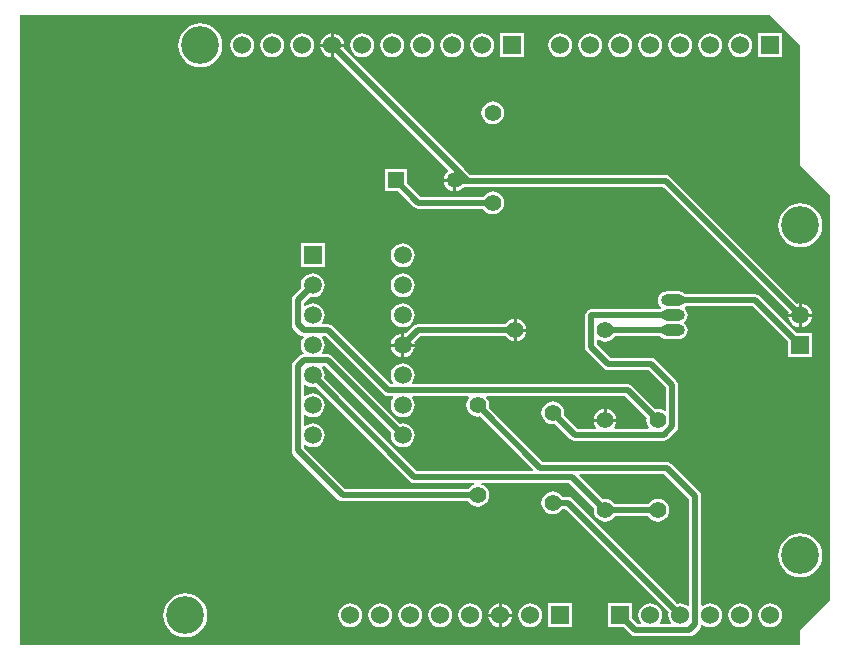
<source format=gbl>
G04 Layer_Physical_Order=2*
G04 Layer_Color=16711680*
%FSLAX25Y25*%
%MOIN*%
G70*
G01*
G75*
%ADD10C,0.02000*%
%ADD11C,0.05512*%
%ADD12R,0.05906X0.05906*%
%ADD13C,0.05906*%
%ADD14O,0.07874X0.03937*%
%ADD15O,0.07874X0.03937*%
%ADD16R,0.05906X0.05906*%
%ADD17C,0.05315*%
%ADD18R,0.05315X0.05315*%
%ADD19R,0.06000X0.06000*%
%ADD20C,0.06000*%
%ADD21C,0.12598*%
G36*
X260000Y200000D02*
Y160000D01*
X270000Y150000D01*
Y15000D01*
X260000Y5000D01*
Y0D01*
X0D01*
Y210000D01*
X250000D01*
X260000Y200000D01*
D02*
G37*
%LPC*%
G36*
X127000Y99500D02*
X123579D01*
X123649Y98968D01*
X124047Y98007D01*
X124681Y97181D01*
X125507Y96547D01*
X126468Y96149D01*
X127000Y96079D01*
Y99500D01*
D02*
G37*
G36*
X131421D02*
X128000D01*
Y96079D01*
X128532Y96149D01*
X129493Y96547D01*
X130319Y97181D01*
X130953Y98007D01*
X131351Y98968D01*
X131421Y99500D01*
D02*
G37*
G36*
X127000Y103921D02*
X126468Y103851D01*
X125507Y103453D01*
X124681Y102819D01*
X124047Y101993D01*
X123649Y101032D01*
X123579Y100500D01*
X127000D01*
Y103921D01*
D02*
G37*
G36*
X97500Y123987D02*
X96468Y123851D01*
X95507Y123453D01*
X94681Y122819D01*
X94047Y121993D01*
X93649Y121032D01*
X93513Y120000D01*
X93642Y119025D01*
X91058Y116442D01*
X90616Y115780D01*
X90461Y115000D01*
Y107000D01*
X90616Y106220D01*
X91058Y105558D01*
X93058Y103558D01*
X93720Y103116D01*
X94204Y103020D01*
X94415Y102473D01*
X94047Y101993D01*
X93649Y101032D01*
X93513Y100000D01*
X93649Y98968D01*
X94047Y98007D01*
X94415Y97527D01*
X94204Y96980D01*
X93720Y96884D01*
X93058Y96442D01*
X91058Y94442D01*
X90616Y93780D01*
X90461Y93000D01*
Y65000D01*
X90616Y64220D01*
X91058Y63558D01*
X106058Y48558D01*
X106720Y48116D01*
X107500Y47961D01*
X149330D01*
X149821Y47321D01*
X150606Y46719D01*
X151520Y46341D01*
X152500Y46212D01*
X153481Y46341D01*
X154394Y46719D01*
X155179Y47321D01*
X155781Y48106D01*
X156159Y49020D01*
X156288Y50000D01*
X156159Y50981D01*
X155781Y51894D01*
X155179Y52679D01*
X154394Y53281D01*
X153718Y53561D01*
X153817Y54061D01*
X183055D01*
X191317Y45799D01*
X191212Y45000D01*
X191341Y44019D01*
X191719Y43106D01*
X192321Y42321D01*
X193106Y41719D01*
X194019Y41341D01*
X195000Y41212D01*
X195981Y41341D01*
X196894Y41719D01*
X197679Y42321D01*
X198170Y42961D01*
X209331D01*
X209821Y42321D01*
X210606Y41719D01*
X211520Y41341D01*
X212500Y41212D01*
X213480Y41341D01*
X214394Y41719D01*
X215179Y42321D01*
X215781Y43106D01*
X216159Y44019D01*
X216288Y45000D01*
X216159Y45981D01*
X215781Y46894D01*
X215179Y47679D01*
X214394Y48281D01*
X213480Y48659D01*
X212500Y48788D01*
X211520Y48659D01*
X210606Y48281D01*
X209821Y47679D01*
X209331Y47039D01*
X198170D01*
X197679Y47679D01*
X196894Y48281D01*
X195981Y48659D01*
X195000Y48788D01*
X194201Y48683D01*
X186285Y56599D01*
X186476Y57061D01*
X214655D01*
X222961Y48755D01*
Y13400D01*
X222461Y13154D01*
X222017Y13494D01*
X221044Y13897D01*
X220000Y14035D01*
X218983Y13901D01*
X183942Y48942D01*
X183280Y49384D01*
X182500Y49539D01*
X180669D01*
X180179Y50179D01*
X179394Y50781D01*
X178481Y51159D01*
X177500Y51288D01*
X176520Y51159D01*
X175606Y50781D01*
X174821Y50179D01*
X174219Y49394D01*
X173841Y48480D01*
X173712Y47500D01*
X173841Y46520D01*
X174219Y45606D01*
X174821Y44821D01*
X175606Y44219D01*
X176520Y43841D01*
X177500Y43712D01*
X178481Y43841D01*
X179394Y44219D01*
X180179Y44821D01*
X180669Y45461D01*
X181655D01*
X216099Y11017D01*
X215966Y10000D01*
X216103Y8956D01*
X216506Y7983D01*
X216846Y7539D01*
X216600Y7039D01*
X213400D01*
X213154Y7539D01*
X213494Y7983D01*
X213897Y8956D01*
X214035Y10000D01*
X213897Y11044D01*
X213494Y12017D01*
X212853Y12853D01*
X212017Y13494D01*
X211044Y13897D01*
X210000Y14035D01*
X208956Y13897D01*
X207983Y13494D01*
X207147Y12853D01*
X206506Y12017D01*
X206103Y11044D01*
X205965Y10000D01*
X206103Y8956D01*
X206506Y7983D01*
X206846Y7539D01*
X206600Y7039D01*
X205845D01*
X204000Y8884D01*
Y14000D01*
X196000D01*
Y6000D01*
X201116D01*
X203558Y3558D01*
X204220Y3116D01*
X205000Y2961D01*
X223000D01*
X223780Y3116D01*
X224442Y3558D01*
X226442Y5558D01*
X226884Y6220D01*
X226970Y6653D01*
X227521Y6860D01*
X227983Y6506D01*
X228956Y6103D01*
X230000Y5965D01*
X231044Y6103D01*
X232017Y6506D01*
X232853Y7147D01*
X233494Y7983D01*
X233897Y8956D01*
X234034Y10000D01*
X233897Y11044D01*
X233494Y12017D01*
X232853Y12853D01*
X232017Y13494D01*
X231044Y13897D01*
X230000Y14035D01*
X228956Y13897D01*
X227983Y13494D01*
X227539Y13154D01*
X227039Y13400D01*
Y49600D01*
X226884Y50380D01*
X226442Y51042D01*
X216942Y60542D01*
X216280Y60984D01*
X215500Y61139D01*
X174245D01*
X156183Y79201D01*
X156288Y80000D01*
X156159Y80980D01*
X155781Y81894D01*
X155346Y82461D01*
X155593Y82961D01*
X201655D01*
X208817Y75799D01*
X208712Y75000D01*
X208841Y74019D01*
X209219Y73106D01*
X209501Y72739D01*
X209254Y72239D01*
X198246D01*
X197999Y72739D01*
X198281Y73106D01*
X198659Y74019D01*
X198723Y74500D01*
X195000D01*
X191278D01*
X191341Y74019D01*
X191719Y73106D01*
X192001Y72739D01*
X191754Y72239D01*
X185645D01*
X181183Y76701D01*
X181288Y77500D01*
X181159Y78480D01*
X180781Y79394D01*
X180179Y80179D01*
X179394Y80781D01*
X178481Y81159D01*
X177500Y81288D01*
X176520Y81159D01*
X175606Y80781D01*
X174821Y80179D01*
X174219Y79394D01*
X173841Y78480D01*
X173712Y77500D01*
X173841Y76520D01*
X174219Y75606D01*
X174821Y74821D01*
X175606Y74219D01*
X176520Y73841D01*
X177500Y73712D01*
X178299Y73817D01*
X183358Y68758D01*
X184020Y68316D01*
X184800Y68161D01*
X214500D01*
X215280Y68316D01*
X215942Y68758D01*
X218742Y71558D01*
X219184Y72220D01*
X219339Y73000D01*
Y86800D01*
X219184Y87580D01*
X218742Y88242D01*
X211842Y95142D01*
X211180Y95584D01*
X210400Y95739D01*
X196845D01*
X192239Y100345D01*
Y101754D01*
X192739Y102001D01*
X193106Y101719D01*
X194019Y101341D01*
X195000Y101212D01*
X195981Y101341D01*
X196894Y101719D01*
X197679Y102321D01*
X198170Y102961D01*
X213354D01*
X213414Y102883D01*
X214034Y102407D01*
X214757Y102108D01*
X215531Y102006D01*
X219468D01*
X220243Y102108D01*
X220966Y102407D01*
X221586Y102883D01*
X222061Y103503D01*
X222361Y104225D01*
X222463Y105000D01*
X222361Y105775D01*
X222061Y106497D01*
X221586Y107117D01*
X221412Y107250D01*
Y107750D01*
X221586Y107883D01*
X222061Y108503D01*
X222361Y109225D01*
X222463Y110000D01*
X222361Y110775D01*
X222061Y111497D01*
X221586Y112117D01*
X221575Y112125D01*
X221550Y112691D01*
X221825Y112961D01*
X244155D01*
X256047Y101069D01*
Y96047D01*
X263953D01*
Y103953D01*
X258931D01*
X246442Y116442D01*
X245780Y116884D01*
X245000Y117039D01*
X221645D01*
X221586Y117117D01*
X220966Y117593D01*
X220243Y117892D01*
X219468Y117994D01*
X215531D01*
X214757Y117892D01*
X214034Y117593D01*
X213414Y117117D01*
X212938Y116497D01*
X212639Y115775D01*
X212537Y115000D01*
X212639Y114225D01*
X212938Y113503D01*
X213414Y112883D01*
X213424Y112875D01*
X213450Y112309D01*
X213175Y112039D01*
X190400D01*
X189620Y111884D01*
X188958Y111442D01*
X188758Y111242D01*
X188316Y110580D01*
X188161Y109800D01*
Y99500D01*
X188316Y98720D01*
X188758Y98058D01*
X194558Y92258D01*
X195220Y91816D01*
X196000Y91661D01*
X209555D01*
X215261Y85955D01*
Y78246D01*
X214761Y77999D01*
X214394Y78281D01*
X213480Y78659D01*
X212500Y78788D01*
X211701Y78683D01*
X203942Y86442D01*
X203280Y86884D01*
X202500Y87039D01*
X130841D01*
X130594Y87539D01*
X130953Y88007D01*
X131351Y88968D01*
X131487Y90000D01*
X131351Y91032D01*
X130953Y91993D01*
X130319Y92819D01*
X129493Y93453D01*
X128532Y93851D01*
X127500Y93987D01*
X126468Y93851D01*
X125507Y93453D01*
X124681Y92819D01*
X124047Y91993D01*
X123649Y91032D01*
X123513Y90000D01*
X123649Y88968D01*
X124047Y88007D01*
X124406Y87539D01*
X124159Y87039D01*
X123545D01*
X104142Y106442D01*
X103480Y106884D01*
X102700Y107039D01*
X100841D01*
X100594Y107539D01*
X100953Y108007D01*
X101351Y108968D01*
X101487Y110000D01*
X101351Y111032D01*
X100953Y111993D01*
X100319Y112819D01*
X99493Y113453D01*
X98532Y113851D01*
X97500Y113987D01*
X96468Y113851D01*
X95507Y113453D01*
X95039Y113094D01*
X94539Y113341D01*
Y114155D01*
X96525Y116141D01*
X97500Y116013D01*
X98532Y116149D01*
X99493Y116547D01*
X100319Y117181D01*
X100953Y118007D01*
X101351Y118968D01*
X101487Y120000D01*
X101351Y121032D01*
X100953Y121993D01*
X100319Y122819D01*
X99493Y123453D01*
X98532Y123851D01*
X97500Y123987D01*
D02*
G37*
G36*
X260000Y37334D02*
X258569Y37194D01*
X257193Y36776D01*
X255925Y36098D01*
X254814Y35186D01*
X253902Y34075D01*
X253224Y32807D01*
X252806Y31431D01*
X252665Y30000D01*
X252806Y28569D01*
X253224Y27193D01*
X253902Y25925D01*
X254814Y24814D01*
X255925Y23902D01*
X257193Y23224D01*
X258569Y22806D01*
X260000Y22666D01*
X261431Y22806D01*
X262807Y23224D01*
X264075Y23902D01*
X265186Y24814D01*
X266098Y25925D01*
X266776Y27193D01*
X267194Y28569D01*
X267335Y30000D01*
X267194Y31431D01*
X266776Y32807D01*
X266098Y34075D01*
X265186Y35186D01*
X264075Y36098D01*
X262807Y36776D01*
X261431Y37194D01*
X260000Y37334D01*
D02*
G37*
G36*
X194500Y78723D02*
X194019Y78659D01*
X193106Y78281D01*
X192321Y77679D01*
X191719Y76894D01*
X191341Y75981D01*
X191278Y75500D01*
X194500D01*
Y78723D01*
D02*
G37*
G36*
X195500D02*
Y75500D01*
X198723D01*
X198659Y75981D01*
X198281Y76894D01*
X197679Y77679D01*
X196894Y78281D01*
X195981Y78659D01*
X195500Y78723D01*
D02*
G37*
G36*
X259500Y109500D02*
X256079D01*
X256149Y108968D01*
X256547Y108007D01*
X257181Y107181D01*
X258007Y106547D01*
X258968Y106149D01*
X259500Y106079D01*
Y109500D01*
D02*
G37*
G36*
X263921D02*
X260500D01*
Y106079D01*
X261032Y106149D01*
X261993Y106547D01*
X262819Y107181D01*
X263453Y108007D01*
X263851Y108968D01*
X263921Y109500D01*
D02*
G37*
G36*
X107969Y199500D02*
X104500D01*
Y196031D01*
X105017Y196099D01*
X142687Y158430D01*
X142654Y157931D01*
X142234Y157608D01*
X141648Y156844D01*
X141279Y155955D01*
X141219Y155500D01*
X144843D01*
Y155000D01*
X145343D01*
Y151377D01*
X145797Y151437D01*
X146687Y151805D01*
X147451Y152392D01*
X147783Y152824D01*
X149107Y152763D01*
X149153Y152770D01*
X149200Y152761D01*
X214355D01*
X256141Y110975D01*
X256079Y110500D01*
X259500D01*
Y113921D01*
X259025Y113858D01*
X216642Y156242D01*
X215980Y156684D01*
X215200Y156839D01*
X150045D01*
X148363Y158521D01*
X148363Y158521D01*
X107901Y198983D01*
X107969Y199500D01*
D02*
G37*
G36*
X127500Y113987D02*
X126468Y113851D01*
X125507Y113453D01*
X124681Y112819D01*
X124047Y111993D01*
X123649Y111032D01*
X123513Y110000D01*
X123649Y108968D01*
X124047Y108007D01*
X124681Y107181D01*
X125507Y106547D01*
X126468Y106149D01*
X127500Y106013D01*
X128532Y106149D01*
X129493Y106547D01*
X130319Y107181D01*
X130953Y108007D01*
X131351Y108968D01*
X131487Y110000D01*
X131351Y111032D01*
X130953Y111993D01*
X130319Y112819D01*
X129493Y113453D01*
X128532Y113851D01*
X127500Y113987D01*
D02*
G37*
G36*
X168722Y104500D02*
X165500D01*
Y101277D01*
X165981Y101341D01*
X166894Y101719D01*
X167679Y102321D01*
X168281Y103106D01*
X168659Y104019D01*
X168722Y104500D01*
D02*
G37*
G36*
X164500Y108722D02*
X164020Y108659D01*
X163106Y108281D01*
X162321Y107679D01*
X161830Y107039D01*
X132500D01*
X131720Y106884D01*
X131058Y106442D01*
X128475Y103858D01*
X128000Y103921D01*
Y100500D01*
X131421D01*
X131359Y100975D01*
X133345Y102961D01*
X161830D01*
X162321Y102321D01*
X163106Y101719D01*
X164020Y101341D01*
X164500Y101277D01*
Y105000D01*
Y108722D01*
D02*
G37*
G36*
X165500D02*
Y105500D01*
X168722D01*
X168659Y105981D01*
X168281Y106894D01*
X167679Y107679D01*
X166894Y108281D01*
X165981Y108659D01*
X165500Y108722D01*
D02*
G37*
G36*
X140000Y14035D02*
X138956Y13897D01*
X137983Y13494D01*
X137147Y12853D01*
X136506Y12017D01*
X136103Y11044D01*
X135966Y10000D01*
X136103Y8956D01*
X136506Y7983D01*
X137147Y7147D01*
X137983Y6506D01*
X138956Y6103D01*
X140000Y5965D01*
X141044Y6103D01*
X142017Y6506D01*
X142853Y7147D01*
X143494Y7983D01*
X143897Y8956D01*
X144035Y10000D01*
X143897Y11044D01*
X143494Y12017D01*
X142853Y12853D01*
X142017Y13494D01*
X141044Y13897D01*
X140000Y14035D01*
D02*
G37*
G36*
X150000D02*
X148956Y13897D01*
X147983Y13494D01*
X147147Y12853D01*
X146506Y12017D01*
X146103Y11044D01*
X145966Y10000D01*
X146103Y8956D01*
X146506Y7983D01*
X147147Y7147D01*
X147983Y6506D01*
X148956Y6103D01*
X150000Y5965D01*
X151044Y6103D01*
X152017Y6506D01*
X152853Y7147D01*
X153494Y7983D01*
X153897Y8956D01*
X154034Y10000D01*
X153897Y11044D01*
X153494Y12017D01*
X152853Y12853D01*
X152017Y13494D01*
X151044Y13897D01*
X150000Y14035D01*
D02*
G37*
G36*
X170000D02*
X168956Y13897D01*
X167983Y13494D01*
X167147Y12853D01*
X166506Y12017D01*
X166103Y11044D01*
X165965Y10000D01*
X166103Y8956D01*
X166506Y7983D01*
X167147Y7147D01*
X167983Y6506D01*
X168956Y6103D01*
X170000Y5965D01*
X171044Y6103D01*
X172017Y6506D01*
X172853Y7147D01*
X173494Y7983D01*
X173897Y8956D01*
X174035Y10000D01*
X173897Y11044D01*
X173494Y12017D01*
X172853Y12853D01*
X172017Y13494D01*
X171044Y13897D01*
X170000Y14035D01*
D02*
G37*
G36*
X130000D02*
X128956Y13897D01*
X127983Y13494D01*
X127147Y12853D01*
X126506Y12017D01*
X126103Y11044D01*
X125965Y10000D01*
X126103Y8956D01*
X126506Y7983D01*
X127147Y7147D01*
X127983Y6506D01*
X128956Y6103D01*
X130000Y5965D01*
X131044Y6103D01*
X132017Y6506D01*
X132853Y7147D01*
X133494Y7983D01*
X133897Y8956D01*
X134035Y10000D01*
X133897Y11044D01*
X133494Y12017D01*
X132853Y12853D01*
X132017Y13494D01*
X131044Y13897D01*
X130000Y14035D01*
D02*
G37*
G36*
X55000Y17334D02*
X53569Y17194D01*
X52193Y16776D01*
X50925Y16098D01*
X49814Y15186D01*
X48902Y14075D01*
X48224Y12807D01*
X47806Y11431D01*
X47666Y10000D01*
X47806Y8569D01*
X48224Y7193D01*
X48902Y5925D01*
X49814Y4814D01*
X50925Y3902D01*
X52193Y3224D01*
X53569Y2806D01*
X55000Y2665D01*
X56431Y2806D01*
X57807Y3224D01*
X59075Y3902D01*
X60186Y4814D01*
X61098Y5925D01*
X61776Y7193D01*
X62194Y8569D01*
X62335Y10000D01*
X62194Y11431D01*
X61776Y12807D01*
X61098Y14075D01*
X60186Y15186D01*
X59075Y16098D01*
X57807Y16776D01*
X56431Y17194D01*
X55000Y17334D01*
D02*
G37*
G36*
X110000Y14035D02*
X108956Y13897D01*
X107983Y13494D01*
X107147Y12853D01*
X106506Y12017D01*
X106103Y11044D01*
X105965Y10000D01*
X106103Y8956D01*
X106506Y7983D01*
X107147Y7147D01*
X107983Y6506D01*
X108956Y6103D01*
X110000Y5965D01*
X111044Y6103D01*
X112017Y6506D01*
X112853Y7147D01*
X113494Y7983D01*
X113897Y8956D01*
X114034Y10000D01*
X113897Y11044D01*
X113494Y12017D01*
X112853Y12853D01*
X112017Y13494D01*
X111044Y13897D01*
X110000Y14035D01*
D02*
G37*
G36*
X120000D02*
X118956Y13897D01*
X117983Y13494D01*
X117147Y12853D01*
X116506Y12017D01*
X116103Y11044D01*
X115965Y10000D01*
X116103Y8956D01*
X116506Y7983D01*
X117147Y7147D01*
X117983Y6506D01*
X118956Y6103D01*
X120000Y5965D01*
X121044Y6103D01*
X122017Y6506D01*
X122853Y7147D01*
X123494Y7983D01*
X123897Y8956D01*
X124035Y10000D01*
X123897Y11044D01*
X123494Y12017D01*
X122853Y12853D01*
X122017Y13494D01*
X121044Y13897D01*
X120000Y14035D01*
D02*
G37*
G36*
X163969Y9500D02*
X160500D01*
Y6031D01*
X161044Y6103D01*
X162017Y6506D01*
X162853Y7147D01*
X163494Y7983D01*
X163897Y8956D01*
X163969Y9500D01*
D02*
G37*
G36*
X159500Y13969D02*
X158956Y13897D01*
X157983Y13494D01*
X157147Y12853D01*
X156506Y12017D01*
X156103Y11044D01*
X156031Y10500D01*
X159500D01*
Y13969D01*
D02*
G37*
G36*
X160500D02*
Y10500D01*
X163969D01*
X163897Y11044D01*
X163494Y12017D01*
X162853Y12853D01*
X162017Y13494D01*
X161044Y13897D01*
X160500Y13969D01*
D02*
G37*
G36*
X159500Y9500D02*
X156031D01*
X156103Y8956D01*
X156506Y7983D01*
X157147Y7147D01*
X157983Y6506D01*
X158956Y6103D01*
X159500Y6031D01*
Y9500D01*
D02*
G37*
G36*
X240000Y14035D02*
X238956Y13897D01*
X237983Y13494D01*
X237147Y12853D01*
X236506Y12017D01*
X236103Y11044D01*
X235965Y10000D01*
X236103Y8956D01*
X236506Y7983D01*
X237147Y7147D01*
X237983Y6506D01*
X238956Y6103D01*
X240000Y5965D01*
X241044Y6103D01*
X242017Y6506D01*
X242853Y7147D01*
X243494Y7983D01*
X243897Y8956D01*
X244035Y10000D01*
X243897Y11044D01*
X243494Y12017D01*
X242853Y12853D01*
X242017Y13494D01*
X241044Y13897D01*
X240000Y14035D01*
D02*
G37*
G36*
X250000D02*
X248956Y13897D01*
X247983Y13494D01*
X247147Y12853D01*
X246506Y12017D01*
X246103Y11044D01*
X245966Y10000D01*
X246103Y8956D01*
X246506Y7983D01*
X247147Y7147D01*
X247983Y6506D01*
X248956Y6103D01*
X250000Y5965D01*
X251044Y6103D01*
X252017Y6506D01*
X252853Y7147D01*
X253494Y7983D01*
X253897Y8956D01*
X254034Y10000D01*
X253897Y11044D01*
X253494Y12017D01*
X252853Y12853D01*
X252017Y13494D01*
X251044Y13897D01*
X250000Y14035D01*
D02*
G37*
G36*
X184000Y14000D02*
X176000D01*
Y6000D01*
X184000D01*
Y14000D01*
D02*
G37*
G36*
X190000Y204034D02*
X188956Y203897D01*
X187983Y203494D01*
X187147Y202853D01*
X186506Y202017D01*
X186103Y201044D01*
X185966Y200000D01*
X186103Y198956D01*
X186506Y197983D01*
X187147Y197147D01*
X187983Y196506D01*
X188956Y196103D01*
X190000Y195966D01*
X191044Y196103D01*
X192017Y196506D01*
X192853Y197147D01*
X193494Y197983D01*
X193897Y198956D01*
X194035Y200000D01*
X193897Y201044D01*
X193494Y202017D01*
X192853Y202853D01*
X192017Y203494D01*
X191044Y203897D01*
X190000Y204034D01*
D02*
G37*
G36*
X200000D02*
X198956Y203897D01*
X197983Y203494D01*
X197147Y202853D01*
X196506Y202017D01*
X196103Y201044D01*
X195966Y200000D01*
X196103Y198956D01*
X196506Y197983D01*
X197147Y197147D01*
X197983Y196506D01*
X198956Y196103D01*
X200000Y195966D01*
X201044Y196103D01*
X202017Y196506D01*
X202853Y197147D01*
X203494Y197983D01*
X203897Y198956D01*
X204034Y200000D01*
X203897Y201044D01*
X203494Y202017D01*
X202853Y202853D01*
X202017Y203494D01*
X201044Y203897D01*
X200000Y204034D01*
D02*
G37*
G36*
X210000D02*
X208956Y203897D01*
X207983Y203494D01*
X207147Y202853D01*
X206506Y202017D01*
X206103Y201044D01*
X205965Y200000D01*
X206103Y198956D01*
X206506Y197983D01*
X207147Y197147D01*
X207983Y196506D01*
X208956Y196103D01*
X210000Y195966D01*
X211044Y196103D01*
X212017Y196506D01*
X212853Y197147D01*
X213494Y197983D01*
X213897Y198956D01*
X214035Y200000D01*
X213897Y201044D01*
X213494Y202017D01*
X212853Y202853D01*
X212017Y203494D01*
X211044Y203897D01*
X210000Y204034D01*
D02*
G37*
G36*
X180000D02*
X178956Y203897D01*
X177983Y203494D01*
X177147Y202853D01*
X176506Y202017D01*
X176103Y201044D01*
X175965Y200000D01*
X176103Y198956D01*
X176506Y197983D01*
X177147Y197147D01*
X177983Y196506D01*
X178956Y196103D01*
X180000Y195966D01*
X181044Y196103D01*
X182017Y196506D01*
X182853Y197147D01*
X183494Y197983D01*
X183897Y198956D01*
X184035Y200000D01*
X183897Y201044D01*
X183494Y202017D01*
X182853Y202853D01*
X182017Y203494D01*
X181044Y203897D01*
X180000Y204034D01*
D02*
G37*
G36*
X134000D02*
X132956Y203897D01*
X131983Y203494D01*
X131147Y202853D01*
X130506Y202017D01*
X130103Y201044D01*
X129965Y200000D01*
X130103Y198956D01*
X130506Y197983D01*
X131147Y197147D01*
X131983Y196506D01*
X132956Y196103D01*
X134000Y195966D01*
X135044Y196103D01*
X136017Y196506D01*
X136853Y197147D01*
X137494Y197983D01*
X137897Y198956D01*
X138034Y200000D01*
X137897Y201044D01*
X137494Y202017D01*
X136853Y202853D01*
X136017Y203494D01*
X135044Y203897D01*
X134000Y204034D01*
D02*
G37*
G36*
X144000D02*
X142956Y203897D01*
X141983Y203494D01*
X141147Y202853D01*
X140506Y202017D01*
X140103Y201044D01*
X139965Y200000D01*
X140103Y198956D01*
X140506Y197983D01*
X141147Y197147D01*
X141983Y196506D01*
X142956Y196103D01*
X144000Y195966D01*
X145044Y196103D01*
X146017Y196506D01*
X146853Y197147D01*
X147494Y197983D01*
X147897Y198956D01*
X148035Y200000D01*
X147897Y201044D01*
X147494Y202017D01*
X146853Y202853D01*
X146017Y203494D01*
X145044Y203897D01*
X144000Y204034D01*
D02*
G37*
G36*
X154000D02*
X152956Y203897D01*
X151983Y203494D01*
X151147Y202853D01*
X150506Y202017D01*
X150103Y201044D01*
X149966Y200000D01*
X150103Y198956D01*
X150506Y197983D01*
X151147Y197147D01*
X151983Y196506D01*
X152956Y196103D01*
X154000Y195966D01*
X155044Y196103D01*
X156017Y196506D01*
X156853Y197147D01*
X157494Y197983D01*
X157897Y198956D01*
X158035Y200000D01*
X157897Y201044D01*
X157494Y202017D01*
X156853Y202853D01*
X156017Y203494D01*
X155044Y203897D01*
X154000Y204034D01*
D02*
G37*
G36*
X220000D02*
X218956Y203897D01*
X217983Y203494D01*
X217147Y202853D01*
X216506Y202017D01*
X216103Y201044D01*
X215966Y200000D01*
X216103Y198956D01*
X216506Y197983D01*
X217147Y197147D01*
X217983Y196506D01*
X218956Y196103D01*
X220000Y195966D01*
X221044Y196103D01*
X222017Y196506D01*
X222853Y197147D01*
X223494Y197983D01*
X223897Y198956D01*
X224035Y200000D01*
X223897Y201044D01*
X223494Y202017D01*
X222853Y202853D01*
X222017Y203494D01*
X221044Y203897D01*
X220000Y204034D01*
D02*
G37*
G36*
X103500Y199500D02*
X100031D01*
X100103Y198956D01*
X100506Y197983D01*
X101147Y197147D01*
X101983Y196506D01*
X102956Y196103D01*
X103500Y196031D01*
Y199500D01*
D02*
G37*
G36*
Y203969D02*
X102956Y203897D01*
X101983Y203494D01*
X101147Y202853D01*
X100506Y202017D01*
X100103Y201044D01*
X100031Y200500D01*
X103500D01*
Y203969D01*
D02*
G37*
G36*
X104500D02*
Y200500D01*
X107969D01*
X107897Y201044D01*
X107494Y202017D01*
X106853Y202853D01*
X106017Y203494D01*
X105044Y203897D01*
X104500Y203969D01*
D02*
G37*
G36*
X254000Y204000D02*
X246000D01*
Y196000D01*
X254000D01*
Y204000D01*
D02*
G37*
G36*
X230000Y204034D02*
X228956Y203897D01*
X227983Y203494D01*
X227147Y202853D01*
X226506Y202017D01*
X226103Y201044D01*
X225965Y200000D01*
X226103Y198956D01*
X226506Y197983D01*
X227147Y197147D01*
X227983Y196506D01*
X228956Y196103D01*
X230000Y195966D01*
X231044Y196103D01*
X232017Y196506D01*
X232853Y197147D01*
X233494Y197983D01*
X233897Y198956D01*
X234034Y200000D01*
X233897Y201044D01*
X233494Y202017D01*
X232853Y202853D01*
X232017Y203494D01*
X231044Y203897D01*
X230000Y204034D01*
D02*
G37*
G36*
X240000D02*
X238956Y203897D01*
X237983Y203494D01*
X237147Y202853D01*
X236506Y202017D01*
X236103Y201044D01*
X235965Y200000D01*
X236103Y198956D01*
X236506Y197983D01*
X237147Y197147D01*
X237983Y196506D01*
X238956Y196103D01*
X240000Y195966D01*
X241044Y196103D01*
X242017Y196506D01*
X242853Y197147D01*
X243494Y197983D01*
X243897Y198956D01*
X244035Y200000D01*
X243897Y201044D01*
X243494Y202017D01*
X242853Y202853D01*
X242017Y203494D01*
X241044Y203897D01*
X240000Y204034D01*
D02*
G37*
G36*
X168000Y204000D02*
X160000D01*
Y196000D01*
X168000D01*
Y204000D01*
D02*
G37*
G36*
X124000Y204034D02*
X122956Y203897D01*
X121983Y203494D01*
X121147Y202853D01*
X120506Y202017D01*
X120103Y201044D01*
X119966Y200000D01*
X120103Y198956D01*
X120506Y197983D01*
X121147Y197147D01*
X121983Y196506D01*
X122956Y196103D01*
X124000Y195966D01*
X125044Y196103D01*
X126017Y196506D01*
X126853Y197147D01*
X127494Y197983D01*
X127897Y198956D01*
X128034Y200000D01*
X127897Y201044D01*
X127494Y202017D01*
X126853Y202853D01*
X126017Y203494D01*
X125044Y203897D01*
X124000Y204034D01*
D02*
G37*
G36*
X260000Y147335D02*
X258569Y147194D01*
X257193Y146776D01*
X255925Y146098D01*
X254814Y145186D01*
X253902Y144075D01*
X253224Y142807D01*
X252806Y141431D01*
X252665Y140000D01*
X252806Y138569D01*
X253224Y137193D01*
X253902Y135925D01*
X254814Y134814D01*
X255925Y133902D01*
X257193Y133224D01*
X258569Y132806D01*
X260000Y132666D01*
X261431Y132806D01*
X262807Y133224D01*
X264075Y133902D01*
X265186Y134814D01*
X266098Y135925D01*
X266776Y137193D01*
X267194Y138569D01*
X267335Y140000D01*
X267194Y141431D01*
X266776Y142807D01*
X266098Y144075D01*
X265186Y145186D01*
X264075Y146098D01*
X262807Y146776D01*
X261431Y147194D01*
X260000Y147335D01*
D02*
G37*
G36*
X128815Y158658D02*
X121500D01*
Y151342D01*
X125931D01*
X131216Y146058D01*
X131877Y145616D01*
X132657Y145461D01*
X154331D01*
X154821Y144821D01*
X155606Y144219D01*
X156519Y143841D01*
X157500Y143712D01*
X158481Y143841D01*
X159394Y144219D01*
X160179Y144821D01*
X160781Y145606D01*
X161159Y146519D01*
X161288Y147500D01*
X161159Y148480D01*
X160781Y149394D01*
X160179Y150179D01*
X159394Y150781D01*
X158481Y151159D01*
X157500Y151288D01*
X156519Y151159D01*
X155606Y150781D01*
X154821Y150179D01*
X154331Y149539D01*
X133502D01*
X128815Y154226D01*
Y158658D01*
D02*
G37*
G36*
X144343Y154500D02*
X141219D01*
X141279Y154045D01*
X141648Y153156D01*
X142234Y152392D01*
X142998Y151805D01*
X143888Y151437D01*
X144343Y151377D01*
Y154500D01*
D02*
G37*
G36*
X101453Y133953D02*
X93547D01*
Y126047D01*
X101453D01*
Y133953D01*
D02*
G37*
G36*
X260500Y113921D02*
Y110500D01*
X263921D01*
X263851Y111032D01*
X263453Y111993D01*
X262819Y112819D01*
X261993Y113453D01*
X261032Y113851D01*
X260500Y113921D01*
D02*
G37*
G36*
X127500Y123987D02*
X126468Y123851D01*
X125507Y123453D01*
X124681Y122819D01*
X124047Y121993D01*
X123649Y121032D01*
X123513Y120000D01*
X123649Y118968D01*
X124047Y118007D01*
X124681Y117181D01*
X125507Y116547D01*
X126468Y116149D01*
X127500Y116013D01*
X128532Y116149D01*
X129493Y116547D01*
X130319Y117181D01*
X130953Y118007D01*
X131351Y118968D01*
X131487Y120000D01*
X131351Y121032D01*
X130953Y121993D01*
X130319Y122819D01*
X129493Y123453D01*
X128532Y123851D01*
X127500Y123987D01*
D02*
G37*
G36*
Y133987D02*
X126468Y133851D01*
X125507Y133453D01*
X124681Y132819D01*
X124047Y131993D01*
X123649Y131032D01*
X123513Y130000D01*
X123649Y128968D01*
X124047Y128007D01*
X124681Y127181D01*
X125507Y126547D01*
X126468Y126149D01*
X127500Y126013D01*
X128532Y126149D01*
X129493Y126547D01*
X130319Y127181D01*
X130953Y128007D01*
X131351Y128968D01*
X131487Y130000D01*
X131351Y131032D01*
X130953Y131993D01*
X130319Y132819D01*
X129493Y133453D01*
X128532Y133851D01*
X127500Y133987D01*
D02*
G37*
G36*
X157500Y181288D02*
X156519Y181159D01*
X155606Y180781D01*
X154821Y180179D01*
X154219Y179394D01*
X153841Y178481D01*
X153712Y177500D01*
X153841Y176520D01*
X154219Y175606D01*
X154821Y174821D01*
X155606Y174219D01*
X156519Y173841D01*
X157500Y173712D01*
X158481Y173841D01*
X159394Y174219D01*
X160179Y174821D01*
X160781Y175606D01*
X161159Y176520D01*
X161288Y177500D01*
X161159Y178481D01*
X160781Y179394D01*
X160179Y180179D01*
X159394Y180781D01*
X158481Y181159D01*
X157500Y181288D01*
D02*
G37*
G36*
X94000Y204034D02*
X92956Y203897D01*
X91983Y203494D01*
X91147Y202853D01*
X90506Y202017D01*
X90103Y201044D01*
X89965Y200000D01*
X90103Y198956D01*
X90506Y197983D01*
X91147Y197147D01*
X91983Y196506D01*
X92956Y196103D01*
X94000Y195966D01*
X95044Y196103D01*
X96017Y196506D01*
X96853Y197147D01*
X97494Y197983D01*
X97897Y198956D01*
X98035Y200000D01*
X97897Y201044D01*
X97494Y202017D01*
X96853Y202853D01*
X96017Y203494D01*
X95044Y203897D01*
X94000Y204034D01*
D02*
G37*
G36*
X114000D02*
X112956Y203897D01*
X111983Y203494D01*
X111147Y202853D01*
X110506Y202017D01*
X110103Y201044D01*
X109966Y200000D01*
X110103Y198956D01*
X110506Y197983D01*
X111147Y197147D01*
X111983Y196506D01*
X112956Y196103D01*
X114000Y195966D01*
X115044Y196103D01*
X116017Y196506D01*
X116853Y197147D01*
X117494Y197983D01*
X117897Y198956D01*
X118035Y200000D01*
X117897Y201044D01*
X117494Y202017D01*
X116853Y202853D01*
X116017Y203494D01*
X115044Y203897D01*
X114000Y204034D01*
D02*
G37*
G36*
X84000D02*
X82956Y203897D01*
X81983Y203494D01*
X81147Y202853D01*
X80506Y202017D01*
X80103Y201044D01*
X79966Y200000D01*
X80103Y198956D01*
X80506Y197983D01*
X81147Y197147D01*
X81983Y196506D01*
X82956Y196103D01*
X84000Y195966D01*
X85044Y196103D01*
X86017Y196506D01*
X86853Y197147D01*
X87494Y197983D01*
X87897Y198956D01*
X88034Y200000D01*
X87897Y201044D01*
X87494Y202017D01*
X86853Y202853D01*
X86017Y203494D01*
X85044Y203897D01*
X84000Y204034D01*
D02*
G37*
G36*
X60000Y207334D02*
X58569Y207194D01*
X57193Y206776D01*
X55925Y206098D01*
X54814Y205186D01*
X53902Y204075D01*
X53224Y202807D01*
X52806Y201431D01*
X52666Y200000D01*
X52806Y198569D01*
X53224Y197193D01*
X53902Y195925D01*
X54814Y194814D01*
X55925Y193902D01*
X57193Y193224D01*
X58569Y192806D01*
X60000Y192666D01*
X61431Y192806D01*
X62807Y193224D01*
X64075Y193902D01*
X65186Y194814D01*
X66098Y195925D01*
X66776Y197193D01*
X67194Y198569D01*
X67335Y200000D01*
X67194Y201431D01*
X66776Y202807D01*
X66098Y204075D01*
X65186Y205186D01*
X64075Y206098D01*
X62807Y206776D01*
X61431Y207194D01*
X60000Y207334D01*
D02*
G37*
G36*
X74000Y204034D02*
X72956Y203897D01*
X71983Y203494D01*
X71147Y202853D01*
X70506Y202017D01*
X70103Y201044D01*
X69965Y200000D01*
X70103Y198956D01*
X70506Y197983D01*
X71147Y197147D01*
X71983Y196506D01*
X72956Y196103D01*
X74000Y195966D01*
X75044Y196103D01*
X76017Y196506D01*
X76853Y197147D01*
X77494Y197983D01*
X77897Y198956D01*
X78035Y200000D01*
X77897Y201044D01*
X77494Y202017D01*
X76853Y202853D01*
X76017Y203494D01*
X75044Y203897D01*
X74000Y204034D01*
D02*
G37*
%LPD*%
G36*
X121258Y83558D02*
X121920Y83116D01*
X122700Y82961D01*
X124159D01*
X124406Y82461D01*
X124047Y81993D01*
X123649Y81032D01*
X123513Y80000D01*
X123649Y78968D01*
X124047Y78007D01*
X124681Y77181D01*
X125507Y76547D01*
X126468Y76149D01*
X127500Y76013D01*
X128532Y76149D01*
X129493Y76547D01*
X130319Y77181D01*
X130953Y78007D01*
X131351Y78968D01*
X131487Y80000D01*
X131351Y81032D01*
X130953Y81993D01*
X130594Y82461D01*
X130841Y82961D01*
X149407D01*
X149654Y82461D01*
X149219Y81894D01*
X148841Y80980D01*
X148712Y80000D01*
X148841Y79019D01*
X149219Y78106D01*
X149821Y77321D01*
X150606Y76719D01*
X151520Y76341D01*
X152500Y76212D01*
X153299Y76317D01*
X171015Y58601D01*
X170824Y58139D01*
X132245D01*
X101358Y89025D01*
X101487Y90000D01*
X101351Y91032D01*
X100953Y91993D01*
X100594Y92461D01*
X100841Y92961D01*
X101655D01*
X123642Y70975D01*
X123513Y70000D01*
X123649Y68968D01*
X124047Y68007D01*
X124681Y67181D01*
X125507Y66547D01*
X126468Y66149D01*
X127500Y66013D01*
X128532Y66149D01*
X129493Y66547D01*
X130319Y67181D01*
X130953Y68007D01*
X131351Y68968D01*
X131487Y70000D01*
X131351Y71032D01*
X130953Y71993D01*
X130319Y72819D01*
X129493Y73453D01*
X128532Y73851D01*
X127500Y73987D01*
X126525Y73858D01*
X103942Y96442D01*
X103280Y96884D01*
X102500Y97039D01*
X100841D01*
X100594Y97539D01*
X100953Y98007D01*
X101351Y98968D01*
X101487Y100000D01*
X101351Y101032D01*
X100953Y101993D01*
X100594Y102461D01*
X100841Y102961D01*
X101855D01*
X121258Y83558D01*
D02*
G37*
G36*
X95507Y86547D02*
X96468Y86149D01*
X97500Y86013D01*
X98475Y86142D01*
X129958Y54658D01*
X130620Y54216D01*
X131400Y54061D01*
X151182D01*
X151282Y53561D01*
X150606Y53281D01*
X149821Y52679D01*
X149330Y52039D01*
X108345D01*
X94539Y65845D01*
Y66659D01*
X95039Y66906D01*
X95507Y66547D01*
X96468Y66149D01*
X97500Y66013D01*
X98532Y66149D01*
X99493Y66547D01*
X100319Y67181D01*
X100953Y68007D01*
X101351Y68968D01*
X101487Y70000D01*
X101351Y71032D01*
X100953Y71993D01*
X100319Y72819D01*
X99493Y73453D01*
X98532Y73851D01*
X97500Y73987D01*
X96468Y73851D01*
X95507Y73453D01*
X95039Y73094D01*
X94539Y73341D01*
Y76659D01*
X95039Y76906D01*
X95507Y76547D01*
X96468Y76149D01*
X97500Y76013D01*
X98532Y76149D01*
X99493Y76547D01*
X100319Y77181D01*
X100953Y78007D01*
X101351Y78968D01*
X101487Y80000D01*
X101351Y81032D01*
X100953Y81993D01*
X100319Y82819D01*
X99493Y83453D01*
X98532Y83851D01*
X97500Y83987D01*
X96468Y83851D01*
X95507Y83453D01*
X95039Y83094D01*
X94539Y83341D01*
Y86659D01*
X95039Y86906D01*
X95507Y86547D01*
D02*
G37*
D10*
X146921Y157079D02*
X149200Y154800D01*
X104000Y200000D02*
X146921Y157079D01*
X144843Y155000D02*
X149200Y154800D01*
X215200D01*
X200000Y10000D02*
X205000Y5000D01*
X223000D01*
X225000Y7000D01*
X215500Y59100D02*
X225000Y49600D01*
X173400Y59100D02*
X215500D01*
X125157Y155000D02*
X132657Y147500D01*
X214500Y70200D02*
X217300Y73000D01*
Y86800D01*
X196000Y93700D02*
X210400D01*
X190200Y99500D02*
X196000Y93700D01*
X190200Y99500D02*
Y109800D01*
X190400Y110000D01*
X195000Y105000D02*
X217500D01*
X92500Y107000D02*
Y115000D01*
X122700Y85000D02*
X202500D01*
X212500Y75000D01*
X107500Y50000D02*
X152500D01*
X92500Y65000D02*
Y93000D01*
X94500Y95000D01*
X102500D02*
X127500Y70000D01*
X215200Y154800D02*
X260000Y110000D01*
X132657Y147500D02*
X157500D01*
X127500Y100000D02*
X132500Y105000D01*
X165000D01*
X177500Y47500D02*
X182500D01*
X220000Y10000D01*
X225000Y7000D02*
Y49600D01*
X152500Y80000D02*
X173400Y59100D01*
X177500Y77500D02*
X184800Y70200D01*
X214500D01*
X210400Y93700D02*
X217300Y86800D01*
X190400Y110000D02*
X217500D01*
Y115000D02*
X245000D01*
X260000Y100000D01*
X97500Y90000D02*
X131400Y56100D01*
X183900D01*
X195000Y45000D01*
X212500D01*
X92500Y115000D02*
X97500Y120000D01*
X92500Y107000D02*
X94500Y105000D01*
X102700D01*
X122700Y85000D01*
X92500Y65000D02*
X107500Y50000D01*
X94500Y95000D02*
X102500D01*
D11*
X152500Y80000D02*
D03*
Y50000D02*
D03*
X177500Y47500D02*
D03*
Y77500D02*
D03*
X195000Y75000D02*
D03*
Y45000D02*
D03*
X212500Y75000D02*
D03*
Y45000D02*
D03*
X165000Y105000D02*
D03*
X195000D02*
D03*
X157500Y147500D02*
D03*
Y177500D02*
D03*
D12*
X97500Y130000D02*
D03*
D13*
Y120000D02*
D03*
Y110000D02*
D03*
Y100000D02*
D03*
Y90000D02*
D03*
Y80000D02*
D03*
Y70000D02*
D03*
X127500Y130000D02*
D03*
Y120000D02*
D03*
Y110000D02*
D03*
Y100000D02*
D03*
Y90000D02*
D03*
Y80000D02*
D03*
Y70000D02*
D03*
X260000Y110000D02*
D03*
D14*
X217500Y115000D02*
D03*
D15*
Y110000D02*
D03*
Y105000D02*
D03*
D16*
X260000Y100000D02*
D03*
D17*
X144843Y155000D02*
D03*
D18*
X125157D02*
D03*
D19*
X200000Y10000D02*
D03*
X164000Y200000D02*
D03*
X250000D02*
D03*
X180000Y10000D02*
D03*
D20*
X210000D02*
D03*
X220000D02*
D03*
X230000D02*
D03*
X240000D02*
D03*
X250000D02*
D03*
X154000Y200000D02*
D03*
X144000D02*
D03*
X134000D02*
D03*
X124000D02*
D03*
X114000D02*
D03*
X104000D02*
D03*
X94000D02*
D03*
X84000D02*
D03*
X74000D02*
D03*
X220000D02*
D03*
X210000D02*
D03*
X200000D02*
D03*
X190000D02*
D03*
X180000D02*
D03*
X240000D02*
D03*
X230000D02*
D03*
X150000Y10000D02*
D03*
X140000D02*
D03*
X130000D02*
D03*
X120000D02*
D03*
X110000D02*
D03*
X170000D02*
D03*
X160000D02*
D03*
D21*
X260000Y30000D02*
D03*
Y140000D02*
D03*
X55000Y10000D02*
D03*
X60000Y200000D02*
D03*
M02*

</source>
